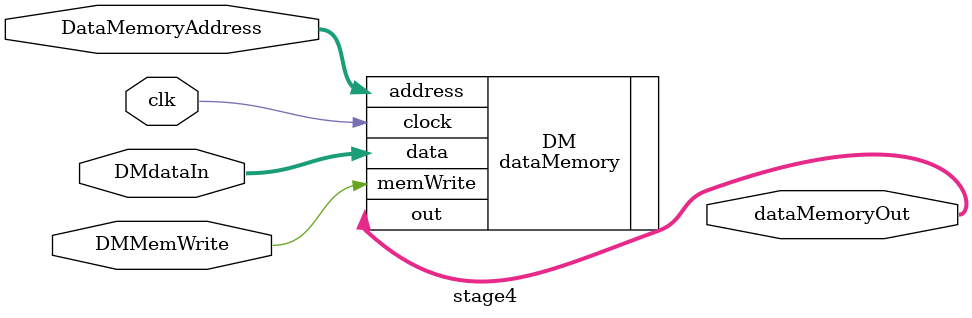
<source format=v>
module stage4(clk, DMMemWrite, DataMemoryAddress, dataMemoryOut, DMdataIn);
	
	input clk, DMMemWrite;
	input [7:0] DataMemoryAddress;
	output [7:0] dataMemoryOut;
	input [7:0] DMdataIn;

	dataMemory DM(
		.clock(clk),
		.memWrite(DMMemWrite), 
		.address(DataMemoryAddress), 
		.data(DMdataIn), 
		.out(dataMemoryOut)
	);

endmodule
</source>
